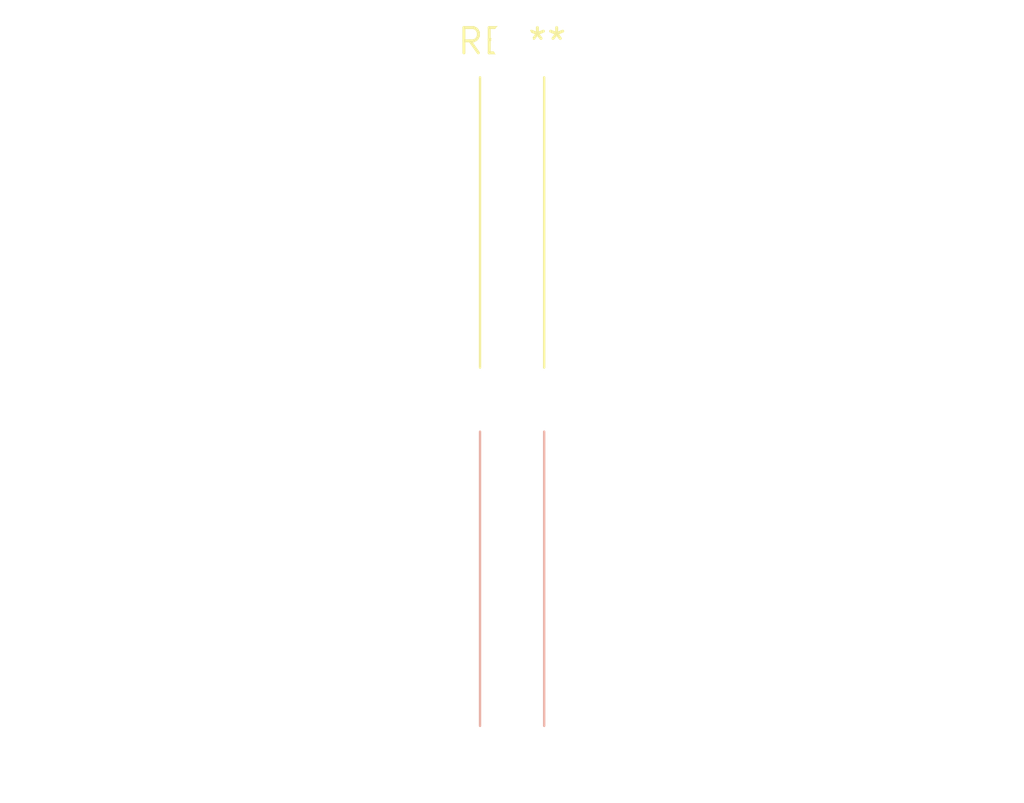
<source format=kicad_pcb>
(kicad_pcb (version 20240108) (generator pcbnew)
  (layers (0 "F.Cu" signal) (31 "B.Cu" signal) (34 "B.Paste" user) (35 "F.Paste" user) (36 "B.SilkS" user "B.Silkscreen") (37 "F.SilkS" user "F.Silkscreen") (38 "B.Mask" user) (39 "F.Mask" user) (44 "Edge.Cuts" user))
  (net 0 "")
  (footprint "SolderWire-1.5sqmm_1x01_D1.7mm_OD3mm_Relief2x" (layer "F.Cu") (at 0 0)
    (property "Reference" "REF**")
    (property "Value" "SolderWire-1.5sqmm_1x01_D1.7mm_OD3mm_Relief2x")
    (fp_line (start -1.61 19.61) (end -1.61 34.39) (layer "B.SilkS") (stroke (width 0.12)))
    (fp_line (start 1.61 19.61) (end 1.61 34.39) (layer "B.SilkS") (stroke (width 0.12)))
    (fp_line (start -1.61 1.81) (end -1.61 16.39) (layer "F.SilkS") (stroke (width 0.12)))
    (fp_line (start 1.61 1.81) (end 1.61 16.39) (layer "F.SilkS") (stroke (width 0.12)))
    (pad "" np_thru_hole circle (at 0 18) (size 3.5 3.5) (drill 3.5) (layers *.Cu *.Mask))
    (pad "" np_thru_hole circle (at 0 36) (size 3.5 3.5) (drill 3.5) (layers *.Cu *.Mask))
    (pad "1" thru_hole roundrect (at 0 0) (size 3.1 3.1) (drill 2.1) (layers *.Cu *.Mask) (remove_unused_layers) (roundrect_rratio 0.080645))
  )
)
</source>
